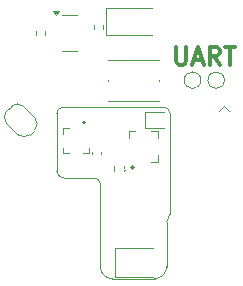
<source format=gbr>
%TF.GenerationSoftware,KiCad,Pcbnew,8.99.0-unknown-77b1d367df~178~ubuntu23.10.1*%
%TF.CreationDate,2024-10-31T14:46:16-04:00*%
%TF.ProjectId,nRF54L15_nPM2100_CR2032,6e524635-344c-4313-955f-6e504d323130,rev?*%
%TF.SameCoordinates,Original*%
%TF.FileFunction,Legend,Top*%
%TF.FilePolarity,Positive*%
%FSLAX46Y46*%
G04 Gerber Fmt 4.6, Leading zero omitted, Abs format (unit mm)*
G04 Created by KiCad (PCBNEW 8.99.0-unknown-77b1d367df~178~ubuntu23.10.1) date 2024-10-31 14:46:16*
%MOMM*%
%LPD*%
G01*
G04 APERTURE LIST*
%ADD10C,0.100000*%
%ADD11C,0.300000*%
%ADD12C,0.120000*%
%ADD13C,0.200000*%
G04 APERTURE END LIST*
D10*
X193100000Y-57800000D02*
X193100000Y-66292893D01*
X186700000Y-63292893D02*
G75*
G02*
X187200007Y-63792893I0J-500007D01*
G01*
X187200000Y-67007107D02*
X187200000Y-70800000D01*
X188200000Y-71800000D02*
G75*
G02*
X187200000Y-70800000I0J1000000D01*
G01*
X192800000Y-70800000D02*
G75*
G02*
X191800000Y-71800000I-1000000J0D01*
G01*
X192800000Y-67007107D02*
G75*
G02*
X192946444Y-66653550I500000J7D01*
G01*
X184107107Y-63292893D02*
X186700000Y-63292893D01*
X183500000Y-57800000D02*
X183500000Y-62685786D01*
X192600000Y-57300000D02*
G75*
G02*
X193100000Y-57800000I0J-500000D01*
G01*
X187200000Y-63792893D02*
X187200000Y-67007107D01*
X183646447Y-63039340D02*
G75*
G02*
X183500010Y-62685786I353553J353540D01*
G01*
X183500000Y-57800000D02*
G75*
G02*
X184000000Y-57300000I500000J0D01*
G01*
X192800000Y-70800000D02*
X192800000Y-67007107D01*
X184107107Y-63292893D02*
G75*
G02*
X183753552Y-63146449I-7J499993D01*
G01*
X184000000Y-57300000D02*
X192600000Y-57300000D01*
X193100000Y-66292893D02*
G75*
G02*
X192953557Y-66646449I-500000J-7D01*
G01*
X191800000Y-71800000D02*
X188200000Y-71800000D01*
X183646447Y-63039340D02*
X183753554Y-63146447D01*
X192946447Y-66653553D02*
X192953554Y-66646446D01*
D11*
X193607142Y-52178328D02*
X193607142Y-53392614D01*
X193607142Y-53392614D02*
X193678571Y-53535471D01*
X193678571Y-53535471D02*
X193750000Y-53606900D01*
X193750000Y-53606900D02*
X193892857Y-53678328D01*
X193892857Y-53678328D02*
X194178571Y-53678328D01*
X194178571Y-53678328D02*
X194321428Y-53606900D01*
X194321428Y-53606900D02*
X194392857Y-53535471D01*
X194392857Y-53535471D02*
X194464285Y-53392614D01*
X194464285Y-53392614D02*
X194464285Y-52178328D01*
X195107143Y-53249757D02*
X195821429Y-53249757D01*
X194964286Y-53678328D02*
X195464286Y-52178328D01*
X195464286Y-52178328D02*
X195964286Y-53678328D01*
X197321428Y-53678328D02*
X196821428Y-52964042D01*
X196464285Y-53678328D02*
X196464285Y-52178328D01*
X196464285Y-52178328D02*
X197035714Y-52178328D01*
X197035714Y-52178328D02*
X197178571Y-52249757D01*
X197178571Y-52249757D02*
X197250000Y-52321185D01*
X197250000Y-52321185D02*
X197321428Y-52464042D01*
X197321428Y-52464042D02*
X197321428Y-52678328D01*
X197321428Y-52678328D02*
X197250000Y-52821185D01*
X197250000Y-52821185D02*
X197178571Y-52892614D01*
X197178571Y-52892614D02*
X197035714Y-52964042D01*
X197035714Y-52964042D02*
X196464285Y-52964042D01*
X197750000Y-52178328D02*
X198607143Y-52178328D01*
X198178571Y-53678328D02*
X198178571Y-52178328D01*
D12*
%TO.C,U1*%
X189594550Y-59294600D02*
X190152275Y-59294600D01*
X189594550Y-59894200D02*
X189594550Y-59294600D01*
X192065450Y-59294600D02*
X191507725Y-59294600D01*
X192065450Y-59894200D02*
X192065450Y-59294600D01*
X192065450Y-61333400D02*
X192065450Y-61933000D01*
X192065450Y-61933000D02*
X191507725Y-61933000D01*
D13*
X190020000Y-62393800D02*
G75*
G02*
X189820000Y-62393800I-100000J0D01*
G01*
X189820000Y-62393800D02*
G75*
G02*
X190020000Y-62393800I100000J0D01*
G01*
D12*
%TO.C,U2*%
X184071250Y-59050050D02*
X184545625Y-59050050D01*
X184071250Y-59529425D02*
X184071250Y-59050050D01*
X184071250Y-60728175D02*
X184071250Y-61207550D01*
X184071250Y-61207550D02*
X184545625Y-61207550D01*
X186208750Y-60728175D02*
X186208750Y-61207550D01*
X186208750Y-61207550D02*
X185734375Y-61207550D01*
D13*
X185890000Y-58578800D02*
G75*
G02*
X185690000Y-58578800I-100000J0D01*
G01*
X185690000Y-58578800D02*
G75*
G02*
X185890000Y-58578800I100000J0D01*
G01*
D12*
%TO.C,TP2*%
X197700000Y-55000000D02*
G75*
G02*
X196300000Y-55000000I-700000J0D01*
G01*
X196300000Y-55000000D02*
G75*
G02*
X197700000Y-55000000I700000J0D01*
G01*
%TO.C,Y2*%
X188355000Y-62718800D02*
X188355000Y-62268800D01*
X189205000Y-62443800D02*
X189205000Y-62268800D01*
X189205000Y-62718800D02*
X189205000Y-62618800D01*
X189305000Y-62618800D01*
X189205000Y-62718800D01*
G36*
X189205000Y-62718800D02*
G01*
X189205000Y-62618800D01*
X189305000Y-62618800D01*
X189205000Y-62718800D01*
G37*
%TO.C,AE1*%
X188440000Y-69225000D02*
X188440000Y-71625000D01*
X188440000Y-71625000D02*
X191640000Y-71625000D01*
X191640000Y-69225000D02*
X188440000Y-69225000D01*
%TO.C,TP1*%
X195700000Y-55000000D02*
G75*
G02*
X194300000Y-55000000I-700000J0D01*
G01*
X194300000Y-55000000D02*
G75*
G02*
X195700000Y-55000000I700000J0D01*
G01*
%TO.C,Y1*%
X190980000Y-57663800D02*
X190980000Y-59063800D01*
X190980000Y-57663800D02*
X192580000Y-57663800D01*
X190980000Y-59063800D02*
X192580000Y-59063800D01*
%TO.C,R4*%
X181720000Y-50846359D02*
X181720000Y-51153641D01*
X182480000Y-50846359D02*
X182480000Y-51153641D01*
%TO.C,D1*%
X187715000Y-48865000D02*
X187715000Y-51135000D01*
X187715000Y-51135000D02*
X191600000Y-51135000D01*
X191600000Y-48865000D02*
X187715000Y-48865000D01*
%TO.C,Q1*%
X184600000Y-49440000D02*
X183950000Y-49440000D01*
X184600000Y-49440000D02*
X185250000Y-49440000D01*
X184600000Y-52560000D02*
X183950000Y-52560000D01*
X184600000Y-52560000D02*
X185250000Y-52560000D01*
X183437500Y-49490000D02*
X183197500Y-49160000D01*
X183677500Y-49160000D01*
X183437500Y-49490000D01*
G36*
X183437500Y-49490000D02*
G01*
X183197500Y-49160000D01*
X183677500Y-49160000D01*
X183437500Y-49490000D01*
G37*
%TO.C,J1*%
X197200000Y-57603949D02*
X197649013Y-57154936D01*
X197649013Y-57154936D02*
X198098026Y-57603949D01*
%TO.C,JP1*%
X179247918Y-57622183D02*
X179672183Y-57197918D01*
X180237868Y-59602082D02*
X179247918Y-58612132D01*
X180662132Y-57197918D02*
X181652082Y-58187868D01*
X181652082Y-59177817D02*
X181227817Y-59602082D01*
X179247918Y-58612132D02*
G75*
G02*
X179247917Y-57622182I494957J494975D01*
G01*
X179672183Y-57197918D02*
G75*
G02*
X180662131Y-57197918I494974J-494974D01*
G01*
X181227817Y-59602082D02*
G75*
G02*
X180237868Y-59602082I-494974J494975D01*
G01*
X181652082Y-58187868D02*
G75*
G02*
X181652083Y-59177817I-494975J-494975D01*
G01*
%TO.C,SW1*%
X187800000Y-55050000D02*
X187800000Y-54950000D01*
X187800000Y-56750000D02*
X192200000Y-56750000D01*
X192200000Y-53250000D02*
X187800000Y-53250000D01*
X192200000Y-55050000D02*
X192200000Y-54950000D01*
%TO.C,R1*%
X186620000Y-50356359D02*
X186620000Y-50663641D01*
X187380000Y-50356359D02*
X187380000Y-50663641D01*
%TO.C,C13*%
X186510000Y-61075964D02*
X186510000Y-61291636D01*
X187230000Y-61075964D02*
X187230000Y-61291636D01*
%TD*%
M02*

</source>
